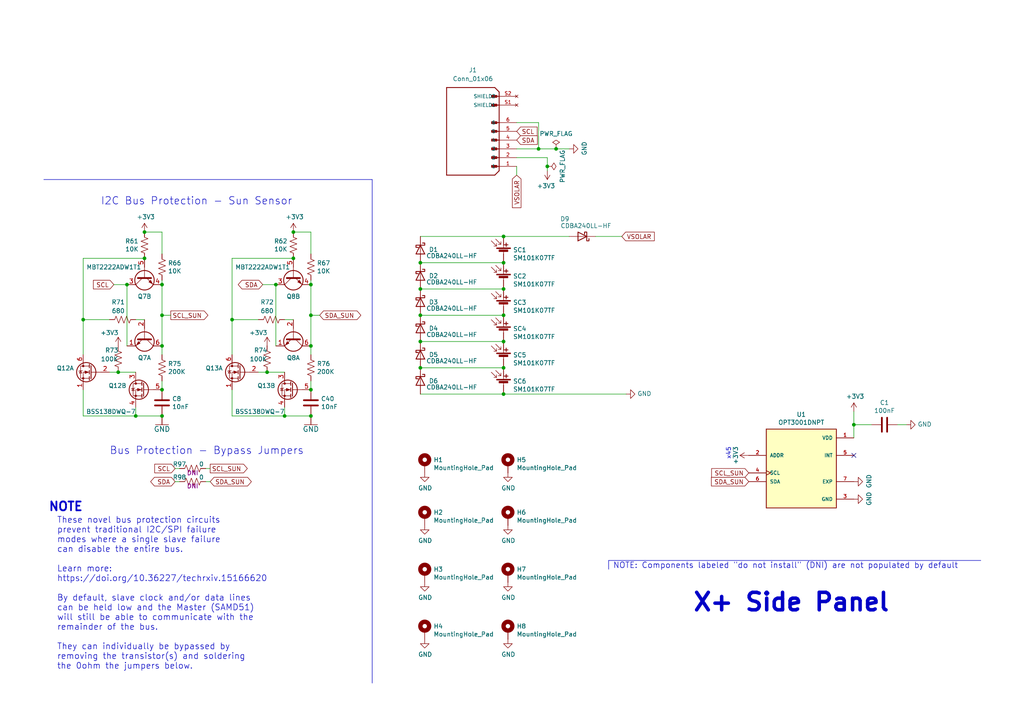
<source format=kicad_sch>
(kicad_sch (version 20230121) (generator eeschema)
  (paper "A4")
  (title_block (title "Sapling X+ Side Panel") (date "2022-05-02") (rev "Flight Ver. 1") (company "Stanford SSI") (comment 1 "Grant Regen"))
  (lib_symbols
    (symbol "Device:C" (pin_numbers hide) (pin_names (offset 0.254))
      (property "Reference" "C" (at 0.635 2.54 0))
      (property "Value" "C" (at 0.635 -2.54 0))
      (symbol "C_0_1"
        (polyline (pts (xy -2.032 -0.762) (xy 2.032 -0.762)) (stroke (width 0.508)))
        (polyline (pts (xy -2.032 0.762) (xy 2.032 0.762)) (stroke (width 0.508)))
      )
      (symbol "C_1_1"
        (pin passive line (at 0 3.81 270) (length 2.794) (name "~") (number "1"))
        (pin passive line (at 0 -3.81 90) (length 2.794) (name "~") (number "2"))
      )
    )
    (symbol "Device:R_US" (pin_numbers hide) (pin_names (offset 0))
      (property "Reference" "R" (at 2.54 0 90))
      (property "Value" "R_US" (at -2.54 0 90))
      (symbol "R_US_0_1"
        (polyline (pts (xy 0 -2.286) (xy 0 -2.54)))
        (polyline (pts (xy 0 2.286) (xy 0 2.54)))
        (polyline (pts (xy 0 -0.762) (xy 1.016 -1.143) (xy 0 -1.524) (xy -1.016 -1.905) (xy 0 -2.286)))
        (polyline (pts (xy 0 0.762) (xy 1.016 0.381) (xy 0 0) (xy -1.016 -0.381) (xy 0 -0.762)))
        (polyline (pts (xy 0 2.286) (xy 1.016 1.905) (xy 0 1.524) (xy -1.016 1.143) (xy 0 0.762)))
      )
      (symbol "R_US_1_1"
        (pin passive line (at 0 3.81 270) (length 1.27) (name "~") (number "1"))
        (pin passive line (at 0 -3.81 90) (length 1.27) (name "~") (number "2"))
      )
    )
    (symbol "Mechanical:MountingHole_Pad" (pin_numbers hide) (pin_names (offset 1.016) hide)
      (property "Reference" "H" (at 0 6.35 0))
      (property "Value" "MountingHole_Pad" (at 0 4.445 0))
      (symbol "MountingHole_Pad_0_1"
        (circle (center 0 1.27) (radius 1.27) (stroke (width 1.27)))
      )
      (symbol "MountingHole_Pad_1_1"
        (pin input line (at 0 -2.54 90) (length 2.54) (name "1") (number "1"))
      )
    )
    (symbol "Transistor_BJT:MBT2222ADW1T1" (pin_names (offset 0) hide)
      (property "Reference" "Q" (at 5.08 1.27 0))
      (property "Value" "MBT2222ADW1T1" (at 5.08 -1.27 0))
      (symbol "MBT2222ADW1T1_0_1"
        (polyline (pts (xy 0.635 0) (xy -2.54 0)))
        (polyline (pts (xy 0.635 0.635) (xy 2.54 2.54)))
        (polyline (pts (xy 0.635 -0.635) (xy 2.54 -2.54) (xy 2.54 -2.54)))
        (polyline (pts (xy 0.635 1.905) (xy 0.635 -1.905) (xy 0.635 -1.905)) (stroke (width 0.508)))
        (polyline (pts (xy 1.27 -1.778) (xy 1.778 -1.27) (xy 2.286 -2.286) (xy 1.27 -1.778) (xy 1.27 -1.778)) (fill (type outline)))
        (circle (center 1.27 0) (radius 2.8194) (stroke (width 0.254)))
      )
      (symbol "MBT2222ADW1T1_1_1"
        (pin passive line (at 2.54 -5.08 90) (length 2.54) (name "E1") (number "1"))
        (pin input line (at -5.08 0 0) (length 2.54) (name "B1") (number "2"))
        (pin passive line (at 2.54 5.08 270) (length 2.54) (name "C1") (number "6"))
      )
      (symbol "MBT2222ADW1T1_2_1"
        (pin passive line (at 2.54 5.08 270) (length 2.54) (name "C2") (number "3"))
        (pin passive line (at 2.54 -5.08 90) (length 2.54) (name "E2") (number "4"))
        (pin input line (at -5.08 0 0) (length 2.54) (name "B2") (number "5"))
      )
    )
    (symbol "mainboard:GND" (power) (pin_names (offset 1.016))
      (property "Value" "GND" (at -2.54 -2.54 0))
      (symbol "GND_1_0"
        (polyline (pts (xy -1.905 0) (xy 1.905 0)))
        (pin power_in line (at 0 2.54 270) (length 2.54) (name "GND") (number "1"))
      )
    )
    (symbol "power:+3.3V" (power) (pin_names (offset 0))
      (property "Value" "+3.3V" (at 0 3.556 0))
      (symbol "+3.3V_0_1"
        (polyline (pts (xy -0.762 1.27) (xy 0 2.54)))
        (polyline (pts (xy 0 0) (xy 0 2.54)))
        (polyline (pts (xy 0 2.54) (xy 0.762 1.27)))
      )
      (symbol "+3.3V_1_1"
        (pin power_in line (at 0 0 90) (length 0) hide (name "+3V3") (number "1"))
      )
    )
    (symbol "power:GND" (power) (pin_names (offset 0))
      (property "Value" "GND" (at 0 -3.81 0))
      (symbol "GND_0_1"
        (polyline (pts (xy 0 0) (xy 0 -1.27) (xy 1.27 -1.27) (xy 0 -2.54) (xy -1.27 -1.27) (xy 0 -1.27)))
      )
      (symbol "GND_1_1"
        (pin power_in line (at 0 0 270) (length 0) hide (name "GND") (number "1"))
      )
    )
    (symbol "power:PWR_FLAG" (power) (pin_numbers hide) (pin_names (offset 0) hide)
      (property "Value" "PWR_FLAG" (at 0 3.81 0))
      (symbol "PWR_FLAG_0_0"
        (pin power_out line (at 0 0 90) (length 0) (name "pwr") (number "1"))
      )
      (symbol "PWR_FLAG_0_1"
        (polyline (pts (xy 0 0) (xy 0 1.27) (xy -1.016 1.905) (xy 0 2.54) (xy 1.016 1.905) (xy 0 1.27)))
      )
    )
    (symbol "sidepanels:2053380006" (pin_names (offset 1.016))
      (property "Reference" "J" (at -7.62 13.97 0))
      (property "Value" "2053380006" (at -7.62 -15.24 0))
      (symbol "2053380006_0_0"
        (rectangle (start -6.985 -10.4648) (end -5.3848 -9.8298) (fill (type outline)))
        (rectangle (start -6.985 -7.9248) (end -5.3848 -7.2898) (fill (type outline)))
        (rectangle (start -6.985 -2.8448) (end -5.3848 -2.2098) (fill (type outline)))
        (rectangle (start -6.985 -0.3048) (end -5.3848 0.3048) (fill (type outline)))
        (rectangle (start -6.985 2.2098) (end -5.3848 2.8448) (fill (type outline)))
        (rectangle (start -6.985 4.7498) (end -5.3848 5.3848) (fill (type outline)))
        (rectangle (start -6.985 7.2898) (end -5.3848 7.9248) (fill (type outline)))
        (rectangle (start -6.985 9.8298) (end -5.3848 10.4648) (fill (type outline)))
        (polyline (pts (xy -7.62 -11.43) (xy -6.35 -12.7)) (stroke (width 0.254)))
        (polyline (pts (xy -7.62 -10.16) (xy -5.715 -10.16)) (stroke (width 0.254)))
        (polyline (pts (xy -7.62 -7.62) (xy -5.715 -7.62)) (stroke (width 0.254)))
        (polyline (pts (xy -7.62 -2.54) (xy -7.62 -11.43)) (stroke (width 0.254)))
        (polyline (pts (xy -7.62 -2.54) (xy -5.715 -2.54)) (stroke (width 0.254)))
        (polyline (pts (xy -7.62 0) (xy -7.62 -2.54)) (stroke (width 0.254)))
        (polyline (pts (xy -7.62 0) (xy -5.715 0)) (stroke (width 0.254)))
        (polyline (pts (xy -7.62 2.54) (xy -7.62 0)) (stroke (width 0.254)))
        (polyline (pts (xy -7.62 2.54) (xy -5.715 2.54)) (stroke (width 0.254)))
        (polyline (pts (xy -7.62 5.08) (xy -7.62 2.54)) (stroke (width 0.254)))
        (polyline (pts (xy -7.62 5.08) (xy -5.715 5.08)) (stroke (width 0.254)))
        (polyline (pts (xy -7.62 7.62) (xy -5.715 7.62)) (stroke (width 0.254)))
        (polyline (pts (xy -7.62 10.16) (xy -5.715 10.16)) (stroke (width 0.254)))
        (polyline (pts (xy -7.62 11.43) (xy -7.62 5.08)) (stroke (width 0.254)))
        (polyline (pts (xy -7.62 11.43) (xy -6.35 12.7)) (stroke (width 0.254)))
        (polyline (pts (xy -6.35 -12.7) (xy 7.62 -12.7)) (stroke (width 0.254)))
        (polyline (pts (xy 7.62 -12.7) (xy 7.62 12.7)) (stroke (width 0.254)))
        (polyline (pts (xy 7.62 12.7) (xy -6.35 12.7)) (stroke (width 0.254)))
        (pin passive line (at -12.7 10.16 0) (length 5.08) (name "1") (number "1"))
        (pin passive line (at -12.7 7.62 0) (length 5.08) (name "2") (number "2"))
        (pin passive line (at -12.7 5.08 0) (length 5.08) (name "3") (number "3"))
        (pin passive line (at -12.7 2.54 0) (length 5.08) (name "4") (number "4"))
        (pin passive line (at -12.7 0 0) (length 5.08) (name "5") (number "5"))
        (pin passive line (at -12.7 -2.54 0) (length 5.08) (name "6") (number "6"))
        (pin no_connect line (at -12.7 -7.62 0) (length 5.08) (name "SHIELD1") (number "S1"))
        (pin no_connect line (at -12.7 -10.16 0) (length 5.08) (name "SHIELD2") (number "S2"))
      )
    )
    (symbol "sidepanels:BSS138DWQ-7" (pin_names (offset 0.762) hide)
      (property "Reference" "Q" (at -2.54 5.08 0))
      (property "Value" "BSS138DWQ-7" (at 3.81 6.35 0))
      (symbol "BSS138DWQ-7_1_1"
        (polyline (pts (xy -1.016 0) (xy -3.81 0)))
        (polyline (pts (xy -1.016 1.905) (xy -1.016 -1.905)) (stroke (width 0.254)))
        (polyline (pts (xy -0.508 -1.27) (xy -0.508 -2.286)) (stroke (width 0.254)))
        (polyline (pts (xy -0.508 0.508) (xy -0.508 -0.508)) (stroke (width 0.254)))
        (polyline (pts (xy -0.508 2.286) (xy -0.508 1.27)) (stroke (width 0.254)))
        (polyline (pts (xy 1.27 2.54) (xy 1.27 1.778)))
        (polyline (pts (xy 1.27 -2.54) (xy 1.27 0) (xy -0.508 0)))
        (polyline (pts (xy -0.508 -1.778) (xy 2.032 -1.778) (xy 2.032 1.778) (xy -0.508 1.778)))
        (polyline (pts (xy -0.254 0) (xy 0.762 0.381) (xy 0.762 -0.381) (xy -0.254 0)) (fill (type outline)))
        (polyline (pts (xy 1.524 0.508) (xy 1.651 0.381) (xy 2.413 0.381) (xy 2.54 0.254)))
        (polyline (pts (xy 2.032 0.381) (xy 1.651 -0.254) (xy 2.413 -0.254) (xy 2.032 0.381)))
        (circle (center 0.381 0) (radius 2.794) (stroke (width 0.254)))
        (circle (center 1.27 -1.778) (radius 0.254) (fill (type outline)))
        (circle (center 1.27 1.778) (radius 0.254) (fill (type outline)))
        (pin passive line (at 1.27 -5.08 90) (length 2.54) (name "S2") (number "1"))
        (pin input line (at -6.35 0 0) (length 2.54) (name "G2") (number "2"))
        (pin passive line (at 1.27 5.08 270) (length 2.54) (name "D1") (number "6"))
      )
      (symbol "BSS138DWQ-7_2_1"
        (polyline (pts (xy -1.016 0) (xy -3.81 0)))
        (polyline (pts (xy -1.016 1.905) (xy -1.016 -1.905)) (stroke (width 0.254)))
        (polyline (pts (xy -0.508 -1.27) (xy -0.508 -2.286)) (stroke (width 0.254)))
        (polyline (pts (xy -0.508 0.508) (xy -0.508 -0.508)) (stroke (width 0.254)))
        (polyline (pts (xy -0.508 2.286) (xy -0.508 1.27)) (stroke (width 0.254)))
        (polyline (pts (xy 1.27 2.54) (xy 1.27 1.778)))
        (polyline (pts (xy 1.27 -2.54) (xy 1.27 0) (xy -0.508 0)))
        (polyline (pts (xy -0.508 -1.778) (xy 2.032 -1.778) (xy 2.032 1.778) (xy -0.508 1.778)))
        (polyline (pts (xy -0.254 0) (xy 0.762 0.381) (xy 0.762 -0.381) (xy -0.254 0)) (fill (type outline)))
        (polyline (pts (xy 1.524 0.508) (xy 1.651 0.381) (xy 2.413 0.381) (xy 2.54 0.254)))
        (polyline (pts (xy 2.032 0.381) (xy 1.651 -0.254) (xy 2.413 -0.254) (xy 2.032 0.381)))
        (circle (center 0.381 0) (radius 2.794) (stroke (width 0.254)))
        (circle (center 1.27 -1.778) (radius 0.254) (fill (type outline)))
        (circle (center 1.27 1.778) (radius 0.254) (fill (type outline)))
        (pin passive line (at 1.27 5.08 270) (length 2.54) (name "D2") (number "3"))
        (pin passive line (at 1.27 -5.08 90) (length 2.54) (name "S1") (number "4"))
        (pin input line (at -6.35 0 0) (length 2.54) (name "G1") (number "5"))
      )
    )
    (symbol "sidepanels:CDBA240LL-HF" (pin_numbers hide) (pin_names (offset 1.016) hide)
      (property "Reference" "D" (at 0 2.54 0))
      (property "Value" "CDBA240LL-HF" (at 0 -2.54 0))
      (symbol "CDBA240LL-HF_0_1"
        (polyline (pts (xy 1.27 0) (xy -1.27 0)))
        (polyline (pts (xy 1.27 1.27) (xy 1.27 -1.27) (xy -1.27 0) (xy 1.27 1.27)) (stroke (width 0.254)))
        (polyline (pts (xy -1.905 0.635) (xy -1.905 1.27) (xy -1.27 1.27) (xy -1.27 -1.27) (xy -0.635 -1.27) (xy -0.635 -0.635)) (stroke (width 0.254)))
      )
      (symbol "CDBA240LL-HF_1_1"
        (pin passive line (at -3.81 0 0) (length 2.54) (name "K") (number "1"))
        (pin passive line (at 3.81 0 180) (length 2.54) (name "A") (number "2"))
      )
    )
    (symbol "sidepanels:OPT3001DNPT" (pin_names (offset 1.016))
      (property "Reference" "U" (at -10.16 13.97 0))
      (property "Value" "OPT3001DNPT" (at -6.35 -12.7 0))
      (symbol "OPT3001DNPT_0_0"
        (rectangle (start -10.16 -10.16) (end 10.16 12.7) (stroke (width 0.254)) (fill (type background)))
        (pin power_in line (at 15.24 10.16 180) (length 5.08) (name "VDD") (number "1"))
        (pin input line (at -15.24 5.08 0) (length 5.08) (name "ADDR") (number "2"))
        (pin power_in line (at 15.24 -7.62 180) (length 5.08) (name "GND") (number "3"))
        (pin input clock (at -15.24 0 0) (length 5.08) (name "SCL") (number "4"))
        (pin output line (at 15.24 5.08 180) (length 5.08) (name "INT") (number "5"))
        (pin bidirectional line (at -15.24 -2.54 0) (length 5.08) (name "SDA") (number "6"))
        (pin passive line (at 15.24 -2.54 180) (length 5.08) (name "EXP") (number "7"))
      )
    )
    (symbol "sidepanels:SM101K07TF" (pin_numbers hide) (pin_names (offset 0) hide)
      (property "Reference" "SC" (at 2.54 2.54 0))
      (property "Value" "SM101K07TF" (at 2.54 0 0))
      (symbol "SM101K07TF_0_1"
        (rectangle (start -2.032 1.778) (end 2.032 1.524) (fill (type outline)))
        (rectangle (start -1.3208 1.1938) (end 1.27 0.6858) (fill (type outline)))
        (polyline (pts (xy -2.032 2.286) (xy -3.556 3.81)))
        (polyline (pts (xy -0.762 2.794) (xy -2.286 4.318)))
        (polyline (pts (xy 0 0.762) (xy 0 0)))
        (polyline (pts (xy 0 1.778) (xy 0 2.54)))
        (polyline (pts (xy 0.254 2.667) (xy 1.27 2.667)) (stroke (width 0.254)))
        (polyline (pts (xy 0.762 3.175) (xy 0.762 2.159)) (stroke (width 0.254)))
        (polyline (pts (xy -2.032 3.048) (xy -2.032 2.286) (xy -2.794 2.286)))
        (polyline (pts (xy -0.762 3.556) (xy -0.762 2.794) (xy -1.524 2.794)))
      )
      (symbol "SM101K07TF_1_1"
        (pin passive line (at 0 5.08 270) (length 2.54) (name "+") (number "1"))
        (pin passive line (at 0 -2.54 90) (length 2.54) (name "-") (number "2"))
      )
    )
  )
  (junction (at 85.09 74.93))
  (junction (at 146.05 68.58))
  (junction (at 41.91 67.31))
  (junction (at 67.31 92.71))
  (junction (at 90.17 91.44))
  (junction (at 121.92 106.68))
  (junction (at 247.65 123.19))
  (junction (at 146.05 91.44))
  (junction (at 146.05 83.82))
  (junction (at 121.92 83.82))
  (junction (at 90.17 100.33))
  (junction (at 36.83 82.55))
  (junction (at 90.17 113.03))
  (junction (at 146.05 99.06))
  (junction (at 82.55 120.65))
  (junction (at 146.05 114.3))
  (junction (at 146.05 106.68))
  (junction (at 146.05 76.2))
  (junction (at 90.17 82.55))
  (junction (at 46.99 113.03))
  (junction (at 161.29 43.18))
  (junction (at 90.17 120.65))
  (junction (at 156.21 43.18))
  (junction (at 24.13 92.71))
  (junction (at 39.37 120.65))
  (junction (at 85.09 67.31))
  (junction (at 77.47 107.95))
  (junction (at 41.91 74.93))
  (junction (at 80.01 82.55))
  (junction (at 46.99 91.44))
  (junction (at 46.99 82.55))
  (junction (at 121.92 99.06))
  (junction (at 46.99 100.33))
  (junction (at 121.92 76.2))
  (junction (at 46.99 120.65))
  (junction (at 158.75 48.26))
  (junction (at 34.29 107.95))
  (junction (at 121.92 91.44))
  (no_connect (at 247.65 132.08))
  (polyline (pts (xy 107.95 52.07) (xy 107.95 198.12)))
  (wire (pts (xy 121.92 114.3) (xy 146.05 114.3)))
  (wire (pts (xy 24.13 102.87) (xy 24.13 92.71)))
  (wire (pts (xy 34.29 107.95) (xy 31.75 107.95)))
  (wire (pts (xy 50.8 139.7) (xy 52.07 139.7)))
  (wire (pts (xy 247.65 127) (xy 247.65 123.19)))
  (wire (pts (xy 149.86 48.26) (xy 149.86 50.8)))
  (wire (pts (xy 46.99 73.66) (xy 46.99 67.31)))
  (wire (pts (xy 39.37 120.65) (xy 46.99 120.65)))
  (wire (pts (xy 33.02 82.55) (xy 36.83 82.55)))
  (wire (pts (xy 90.17 100.33) (xy 90.17 91.44)))
  (wire (pts (xy 90.17 102.87) (xy 90.17 100.33)))
  (wire (pts (xy 158.75 45.72) (xy 158.75 48.26)))
  (wire (pts (xy 149.86 45.72) (xy 158.75 45.72)))
  (wire (pts (xy 172.72 68.58) (xy 180.34 68.58)))
  (wire (pts (xy 161.29 43.18) (xy 165.1 43.18)))
  (wire (pts (xy 39.37 107.95) (xy 34.29 107.95)))
  (wire (pts (xy 67.31 113.03) (xy 67.31 120.65)))
  (wire (pts (xy 149.86 35.56) (xy 156.21 35.56)))
  (wire (pts (xy 24.13 92.71) (xy 24.13 74.93)))
  (wire (pts (xy 49.53 91.44) (xy 46.99 91.44)))
  (wire (pts (xy 82.55 107.95) (xy 77.47 107.95)))
  (wire (pts (xy 92.71 91.44) (xy 90.17 91.44)))
  (wire (pts (xy 156.21 35.56) (xy 156.21 43.18)))
  (wire (pts (xy 90.17 110.49) (xy 90.17 113.03)))
  (wire (pts (xy 260.35 123.19) (xy 262.89 123.19)))
  (wire (pts (xy 156.21 43.18) (xy 161.29 43.18)))
  (wire (pts (xy 90.17 67.31) (xy 85.09 67.31)))
  (wire (pts (xy 121.92 106.68) (xy 146.05 106.68)))
  (wire (pts (xy 41.91 92.71) (xy 39.37 92.71)))
  (wire (pts (xy 46.99 81.28) (xy 46.99 82.55)))
  (wire (pts (xy 121.92 83.82) (xy 146.05 83.82)))
  (wire (pts (xy 67.31 92.71) (xy 74.93 92.71)))
  (wire (pts (xy 77.47 107.95) (xy 74.93 107.95)))
  (wire (pts (xy 24.13 92.71) (xy 31.75 92.71)))
  (wire (pts (xy 46.99 100.33) (xy 46.99 91.44)))
  (polyline (pts (xy 107.95 52.07) (xy 12.7 52.07)))
  (wire (pts (xy 60.96 135.89) (xy 59.69 135.89)))
  (wire (pts (xy 158.75 48.26) (xy 158.75 49.53)))
  (wire (pts (xy 149.86 43.18) (xy 156.21 43.18)))
  (wire (pts (xy 90.17 73.66) (xy 90.17 67.31)))
  (wire (pts (xy 146.05 114.3) (xy 181.61 114.3)))
  (wire (pts (xy 46.99 67.31) (xy 41.91 67.31)))
  (polyline (pts (xy 176.53 162.56) (xy 284.48 162.56)))
  (wire (pts (xy 76.2 82.55) (xy 80.01 82.55)))
  (wire (pts (xy 165.1 68.58) (xy 146.05 68.58)))
  (wire (pts (xy 50.8 135.89) (xy 52.07 135.89)))
  (wire (pts (xy 82.55 120.65) (xy 90.17 120.65)))
  (wire (pts (xy 46.99 110.49) (xy 46.99 113.03)))
  (wire (pts (xy 46.99 91.44) (xy 46.99 82.55)))
  (wire (pts (xy 121.92 99.06) (xy 146.05 99.06)))
  (wire (pts (xy 24.13 113.03) (xy 24.13 120.65)))
  (wire (pts (xy 247.65 123.19) (xy 247.65 119.38)))
  (wire (pts (xy 80.01 82.55) (xy 80.01 100.33)))
  (wire (pts (xy 67.31 120.65) (xy 82.55 120.65)))
  (wire (pts (xy 121.92 91.44) (xy 146.05 91.44)))
  (wire (pts (xy 252.73 123.19) (xy 247.65 123.19)))
  (wire (pts (xy 90.17 91.44) (xy 90.17 82.55)))
  (wire (pts (xy 121.92 76.2) (xy 146.05 76.2)))
  (wire (pts (xy 24.13 74.93) (xy 41.91 74.93)))
  (wire (pts (xy 24.13 120.65) (xy 39.37 120.65)))
  (polyline (pts (xy 176.53 165.1) (xy 176.53 162.56)))
  (wire (pts (xy 121.92 68.58) (xy 146.05 68.58)))
  (wire (pts (xy 67.31 92.71) (xy 67.31 74.93)))
  (wire (pts (xy 67.31 74.93) (xy 85.09 74.93)))
  (wire (pts (xy 46.99 102.87) (xy 46.99 100.33)))
  (wire (pts (xy 82.55 118.11) (xy 82.55 120.65)))
  (wire (pts (xy 36.83 82.55) (xy 36.83 100.33)))
  (wire (pts (xy 85.09 92.71) (xy 82.55 92.71)))
  (wire (pts (xy 39.37 118.11) (xy 39.37 120.65)))
  (wire (pts (xy 60.96 139.7) (xy 59.69 139.7)))
  (wire (pts (xy 90.17 81.28) (xy 90.17 82.55)))
  (wire (pts (xy 67.31 102.87) (xy 67.31 92.71)))
  (text "These novel bus protection circuits\nprevent traditional I2C/SPI failure \nmodes where a single slave failure\ncan disable the entire bus.\n\nLearn more: \nhttps://doi.org/10.36227/techrxiv.15166620\n\nBy default, slave clock and/or data lines \ncan be held low and the Master (SAMD51) \nwill still be able to communicate with the \nremainder of the bus.\n\nThey can individually be bypassed by \nremoving the transistor(s) and soldering\nthe 0ohm the jumpers below." (at 16.51 194.31 0) (effects (font (size 1.7526 1.7526)) (justify left bottom)))
  (text "x45" (at 212.09 133.35 90) (effects (font (size 1.27 1.27)) (justify left bottom)))
  (text "X+ Side Panel" (at 200.66 177.8 0) (effects (font (size 5.08 5.08) (thickness 1.016) bold) (justify left bottom)))
  (text "NOTE: Components labeled \"do not install\" (DNI) are not populated by default" (at 177.8 165.1 0) (effects (font (size 1.651 1.651)) (justify left bottom)))
  (text "NOTE" (at 13.97 148.59 0) (effects (font (size 2.54 2.54) (thickness 0.508) bold) (justify left bottom)))
  (text "Bus Protection - Bypass Jumpers" (at 31.75 132.08 0) (effects (font (size 2.159 2.159)) (justify left bottom)))
  (text "I2C Bus Protection - Sun Sensor" (at 29.21 59.69 0) (effects (font (size 2.159 2.159)) (justify left bottom)))
  (global_label "SCL_SUN" (shape input) (at 217.17 137.16 180) (property "Intersheetrefs" "${INTERSHEET_REFS}" (effects hide)))
  (global_label "SCL" (shape input) (at 149.86 38.1 0) (property "Intersheetrefs" "${INTERSHEET_REFS}" (effects hide)))
  (global_label "SDA_SUN" (shape bidirectional) (at 60.96 139.7 0) (property "Intersheetrefs" "${INTERSHEET_REFS}" (effects hide)))
  (global_label "SDA" (shape bidirectional) (at 76.2 82.55 180) (property "Intersheetrefs" "${INTERSHEET_REFS}" (effects hide)))
  (global_label "SCL" (shape input) (at 50.8 135.89 180) (property "Intersheetrefs" "${INTERSHEET_REFS}" (effects hide)))
  (global_label "SDA" (shape input) (at 149.86 40.64 0) (property "Intersheetrefs" "${INTERSHEET_REFS}" (effects hide)))
  (global_label "SCL" (shape input) (at 33.02 82.55 180) (property "Intersheetrefs" "${INTERSHEET_REFS}" (effects hide)))
  (global_label "SDA" (shape bidirectional) (at 50.8 139.7 180) (property "Intersheetrefs" "${INTERSHEET_REFS}" (effects hide)))
  (global_label "SCL_SUN" (shape output) (at 49.53 91.44 0) (property "Intersheetrefs" "${INTERSHEET_REFS}" (effects hide)))
  (global_label "SDA_SUN" (shape input) (at 217.17 139.7 180) (property "Intersheetrefs" "${INTERSHEET_REFS}" (effects hide)))
  (global_label "VSOLAR" (shape input) (at 149.86 50.8 270) (property "Intersheetrefs" "${INTERSHEET_REFS}" (effects hide)))
  (global_label "VSOLAR" (shape input) (at 180.34 68.58 0) (property "Intersheetrefs" "${INTERSHEET_REFS}" (effects hide)))
  (global_label "SCL_SUN" (shape output) (at 60.96 135.89 0) (property "Intersheetrefs" "${INTERSHEET_REFS}" (effects hide)))
  (global_label "SDA_SUN" (shape bidirectional) (at 92.71 91.44 0) (property "Intersheetrefs" "${INTERSHEET_REFS}" (effects hide)))
  (symbol (lib_id "sidepanels:BSS138DWQ-7") (at 25.4 107.95 0) (mirror y) (unit 1)
    (property "Reference" "Q12" (at 21.463 106.7816 0) (effects (justify left)))
    (property "Value" "BSS138DWQ-7" (at 39.37 119.38 0) (effects (justify left)))
    (property "Footprint" "panels:BSS138DWQ-7" (effects hide))
    (property "Datasheet" "https://www.diodes.com/assets/Datasheets/BSS138DWQ.pdf" (effects hide))
    (property "Description" "MOSFET BSS Family" (effects hide))
    (property "Flight" "BSS138DWQ-7" (effects hide))
    (property "Manufacturer_Name" "Diodes Inc." (effects hide))
    (property "Manufacturer_Part_Number" "BSS138DWQ-7" (effects hide))
    (property "Proto" "BSS138DWQ-7" (effects hide))
    (property "Height" "1.1" (effects hide))
    (property "Mouser Part Number" "621-BSS138DWQ-7" (effects hide))
    (property "Mouser Price/Stock" "https://www.mouser.co.uk/ProductDetail/Diodes-Incorporated/BSS138DWQ-7?qs=nJRy1mI8RR9wz3YdMQOQIA%3D%3D" (effects hide))
  )
  (symbol (lib_id "sidepanels:BSS138DWQ-7") (at 40.64 113.03 0) (mirror y) (unit 2)
    (property "Reference" "Q12" (at 36.703 111.8616 0) (effects (justify left)))
    (property "Value" "BSS138DWQ-7" (effects hide))
    (property "Footprint" "panels:BSS138DWQ-7" (effects hide))
    (property "Datasheet" "https://www.diodes.com/assets/Datasheets/BSS138DWQ.pdf" (effects hide))
    (property "Description" "MOSFET BSS Family" (effects hide))
    (property "Flight" "BSS138DWQ-7" (effects hide))
    (property "Manufacturer_Name" "Diodes Inc." (effects hide))
    (property "Manufacturer_Part_Number" "BSS138DWQ-7" (effects hide))
    (property "Proto" "BSS138DWQ-7" (effects hide))
    (property "Height" "1.1" (effects hide))
    (property "Mouser Part Number" "621-BSS138DWQ-7" (effects hide))
    (property "Mouser Price/Stock" "https://www.mouser.co.uk/ProductDetail/Diodes-Incorporated/BSS138DWQ-7?qs=nJRy1mI8RR9wz3YdMQOQIA%3D%3D" (effects hide))
  )
  (symbol (lib_id "Transistor_BJT:MBT2222ADW1T1") (at 41.91 97.79 270) (unit 1)
    (property "Reference" "Q7" (at 41.91 103.7844 90))
    (property "Value" "MBT2222ADW1T1" (effects hide))
    (property "Footprint" "Package_TO_SOT_SMD:SOT-363_SC-70-6" (effects hide))
    (property "Datasheet" "http://www.onsemi.com/pub_link/Collateral/MBT2222ADW1T1-D.PDF" (effects hide))
    (property "Description" "Dual NPN BJT - 2NPN" (effects hide))
    (property "Flight" "MBT2222ADW1T1G" (effects hide))
    (property "Manufacturer_Name" "ON Semiconductor" (effects hide))
    (property "Manufacturer_Part_Number" "MBT2222ADW1T1G" (effects hide))
    (property "Proto" "MBT2222ADW1T1G" (effects hide))
  )
  (symbol (lib_id "Transistor_BJT:MBT2222ADW1T1") (at 41.91 80.01 90) (mirror x) (unit 2)
    (property "Reference" "Q7" (at 41.91 85.979 90))
    (property "Value" "MBT2222ADW1T1" (at 33.02 77.47 90))
    (property "Footprint" "Package_TO_SOT_SMD:SOT-363_SC-70-6" (effects hide))
    (property "Datasheet" "http://www.onsemi.com/pub_link/Collateral/MBT2222ADW1T1-D.PDF" (effects hide))
    (property "Description" "Dual NPN BJT - 2NPN" (effects hide))
    (property "Flight" "MBT2222ADW1T1G" (effects hide))
    (property "Manufacturer_Name" "ON Semiconductor" (effects hide))
    (property "Manufacturer_Part_Number" "MBT2222ADW1T1G" (effects hide))
    (property "Proto" "MBT2222ADW1T1G" (effects hide))
  )
  (symbol (lib_id "Device:C") (at 46.99 116.84 0) (unit 1)
    (property "Reference" "C8" (at 49.911 115.6716 0) (effects (justify left)))
    (property "Value" "10nF" (at 49.911 117.983 0) (effects (justify left)))
    (property "Footprint" "Capacitor_SMD:C_0603_1608Metric" (effects hide))
    (property "Description" "10nF +-10% 50V X7R" (effects hide))
  )
  (symbol (lib_id "mainboard:GND") (at 46.99 123.19 0) (unit 1)
    (property "Reference" "#GND045" (effects hide))
    (property "Value" "GND" (at 46.99 124.46 0) (effects (font (size 1.4986 1.4986))))
  )
  (symbol (lib_id "Device:R_US") (at 46.99 77.47 0) (unit 1)
    (property "Reference" "R66" (at 48.7172 76.3016 0) (effects (justify left)))
    (property "Value" "10K" (at 48.7172 78.613 0) (effects (justify left)))
    (property "Footprint" "Resistor_SMD:R_0603_1608Metric" (effects hide))
    (property "Description" "10K 0603" (effects hide))
  )
  (symbol (lib_id "Device:R_US") (at 41.91 71.12 0) (unit 1)
    (property "Reference" "R61" (at 40.2082 69.9516 0) (effects (justify right)))
    (property "Value" "10K" (at 40.2082 72.263 0) (effects (justify right)))
    (property "Footprint" "Resistor_SMD:R_0603_1608Metric" (effects hide))
    (property "Description" "10K 0603" (effects hide))
  )
  (symbol (lib_id "Device:R_US") (at 35.56 92.71 270) (unit 1)
    (property "Reference" "R71" (at 34.29 87.63 90))
    (property "Value" "680" (at 34.29 90.17 90))
    (property "Footprint" "Resistor_SMD:R_0603_1608Metric" (effects hide))
    (property "Description" "680 0603" (effects hide))
  )
  (symbol (lib_id "Device:R_US") (at 34.29 104.14 0) (unit 1)
    (property "Reference" "R73" (at 30.48 101.6 0) (effects (justify left)))
    (property "Value" "100K" (at 29.21 104.14 0) (effects (justify left)))
    (property "Footprint" "Resistor_SMD:R_0603_1608Metric" (effects hide))
    (property "Description" "100K 0603" (effects hide))
  )
  (symbol (lib_id "Device:R_US") (at 46.99 106.68 0) (unit 1)
    (property "Reference" "R75" (at 48.7172 105.5116 0) (effects (justify left)))
    (property "Value" "200K" (at 48.7172 107.823 0) (effects (justify left)))
    (property "Footprint" "Resistor_SMD:R_0603_1608Metric" (effects hide))
    (property "Description" "200K 0603" (effects hide))
  )
  (symbol (lib_id "Transistor_BJT:MBT2222ADW1T1") (at 85.09 97.79 270) (unit 1)
    (property "Reference" "Q8" (at 85.09 103.7844 90))
    (property "Value" "MBT2222ADW1T1" (effects hide))
    (property "Footprint" "Package_TO_SOT_SMD:SOT-363_SC-70-6" (effects hide))
    (property "Datasheet" "http://www.onsemi.com/pub_link/Collateral/MBT2222ADW1T1-D.PDF" (effects hide))
    (property "Description" "Dual NPN BJT - 2NPN" (effects hide))
    (property "Flight" "MBT2222ADW1T1G" (effects hide))
    (property "Manufacturer_Name" "ON Semiconductor" (effects hide))
    (property "Manufacturer_Part_Number" "MBT2222ADW1T1G" (effects hide))
    (property "Proto" "MBT2222ADW1T1G" (effects hide))
  )
  (symbol (lib_id "Transistor_BJT:MBT2222ADW1T1") (at 85.09 80.01 90) (mirror x) (unit 2)
    (property "Reference" "Q8" (at 85.09 85.979 90))
    (property "Value" "MBT2222ADW1T1" (at 76.2 77.47 90))
    (property "Footprint" "Package_TO_SOT_SMD:SOT-363_SC-70-6" (effects hide))
    (property "Datasheet" "http://www.onsemi.com/pub_link/Collateral/MBT2222ADW1T1-D.PDF" (effects hide))
    (property "Description" "Dual NPN BJT - 2NPN" (effects hide))
    (property "Flight" "MBT2222ADW1T1G" (effects hide))
    (property "Manufacturer_Name" "ON Semiconductor" (effects hide))
    (property "Manufacturer_Part_Number" "MBT2222ADW1T1G" (effects hide))
    (property "Proto" "MBT2222ADW1T1G" (effects hide))
  )
  (symbol (lib_id "Device:C") (at 90.17 116.84 0) (unit 1)
    (property "Reference" "C40" (at 93.091 115.6716 0) (effects (justify left)))
    (property "Value" "10nF" (at 93.091 117.983 0) (effects (justify left)))
    (property "Footprint" "Capacitor_SMD:C_0603_1608Metric" (effects hide))
    (property "Description" "10nF +-10% 50V X7R" (effects hide))
  )
  (symbol (lib_id "mainboard:GND") (at 90.17 123.19 0) (unit 1)
    (property "Reference" "#GND046" (effects hide))
    (property "Value" "GND" (at 90.17 124.46 0) (effects (font (size 1.4986 1.4986))))
  )
  (symbol (lib_id "Device:R_US") (at 85.09 71.12 0) (unit 1)
    (property "Reference" "R62" (at 83.3882 69.9516 0) (effects (justify right)))
    (property "Value" "10K" (at 83.3882 72.263 0) (effects (justify right)))
    (property "Footprint" "Resistor_SMD:R_0603_1608Metric" (effects hide))
    (property "Description" "10K 0603" (effects hide))
  )
  (symbol (lib_id "Device:R_US") (at 78.74 92.71 270) (unit 1)
    (property "Reference" "R72" (at 77.47 87.63 90))
    (property "Value" "680" (at 77.47 90.17 90))
    (property "Footprint" "Resistor_SMD:R_0603_1608Metric" (effects hide))
    (property "Description" "680 0603" (effects hide))
  )
  (symbol (lib_id "sidepanels:BSS138DWQ-7") (at 83.82 113.03 0) (mirror y) (unit 2)
    (property "Reference" "Q13" (at 79.883 111.8616 0) (effects (justify left)))
    (property "Value" "BSS138DWQ-7" (effects hide))
    (property "Footprint" "panels:BSS138DWQ-7" (effects hide))
    (property "Datasheet" "https://www.diodes.com/assets/Datasheets/BSS138DWQ.pdf" (effects hide))
    (property "Description" "MOSFET BSS Family" (effects hide))
    (property "Flight" "BSS138DWQ-7" (effects hide))
    (property "Manufacturer_Name" "Diodes Inc." (effects hide))
    (property "Manufacturer_Part_Number" "BSS138DWQ-7" (effects hide))
    (property "Proto" "BSS138DWQ-7" (effects hide))
    (property "Height" "1.1" (effects hide))
    (property "Mouser Part Number" "621-BSS138DWQ-7" (effects hide))
    (property "Mouser Price/Stock" "https://www.mouser.co.uk/ProductDetail/Diodes-Incorporated/BSS138DWQ-7?qs=nJRy1mI8RR9wz3YdMQOQIA%3D%3D" (effects hide))
  )
  (symbol (lib_id "Device:R_US") (at 90.17 106.68 0) (unit 1)
    (property "Reference" "R76" (at 91.8972 105.5116 0) (effects (justify left)))
    (property "Value" "200K" (at 91.8972 107.823 0) (effects (justify left)))
    (property "Footprint" "Resistor_SMD:R_0603_1608Metric" (effects hide))
    (property "Description" "200K 0603" (effects hide))
  )
  (symbol (lib_id "Device:R_US") (at 77.47 104.14 0) (unit 1)
    (property "Reference" "R74" (at 73.66 101.6 0) (effects (justify left)))
    (property "Value" "100K" (at 72.39 104.14 0) (effects (justify left)))
    (property "Footprint" "Resistor_SMD:R_0603_1608Metric" (effects hide))
    (property "Description" "100K 0603" (effects hide))
  )
  (symbol (lib_id "sidepanels:BSS138DWQ-7") (at 68.58 107.95 0) (mirror y) (unit 1)
    (property "Reference" "Q13" (at 64.643 106.7816 0) (effects (justify left)))
    (property "Value" "BSS138DWQ-7" (at 82.55 119.38 0) (effects (justify left)))
    (property "Footprint" "panels:BSS138DWQ-7" (effects hide))
    (property "Datasheet" "https://www.diodes.com/assets/Datasheets/BSS138DWQ.pdf" (effects hide))
    (property "Description" "MOSFET BSS Family" (effects hide))
    (property "Flight" "BSS138DWQ-7" (effects hide))
    (property "Manufacturer_Name" "Diodes Inc." (effects hide))
    (property "Manufacturer_Part_Number" "BSS138DWQ-7" (effects hide))
    (property "Proto" "BSS138DWQ-7" (effects hide))
    (property "Height" "1.1" (effects hide))
    (property "Mouser Part Number" "621-BSS138DWQ-7" (effects hide))
    (property "Mouser Price/Stock" "https://www.mouser.co.uk/ProductDetail/Diodes-Incorporated/BSS138DWQ-7?qs=nJRy1mI8RR9wz3YdMQOQIA%3D%3D" (effects hide))
  )
  (symbol (lib_id "Device:R_US") (at 90.17 77.47 0) (unit 1)
    (property "Reference" "R67" (at 91.8972 76.3016 0) (effects (justify left)))
    (property "Value" "10K" (at 91.8972 78.613 0) (effects (justify left)))
    (property "Footprint" "Resistor_SMD:R_0603_1608Metric" (effects hide))
    (property "Description" "10K 0603" (effects hide))
  )
  (symbol (lib_id "Device:R_US") (at 55.88 135.89 270) (unit 1)
    (property "Reference" "R97" (at 52.07 134.62 90))
    (property "Value" "0" (at 58.42 134.62 90))
    (property "Footprint" "Resistor_SMD:R_0603_1608Metric" (effects hide))
    (property "DNI" "DNI" (at 55.88 137.16 90))
    (property "Description" "0 0603" (effects hide))
  )
  (symbol (lib_id "Device:R_US") (at 55.88 139.7 270) (unit 1)
    (property "Reference" "R98" (at 52.07 138.43 90))
    (property "Value" "0" (at 58.42 138.43 90))
    (property "Footprint" "Resistor_SMD:R_0603_1608Metric" (effects hide))
    (property "DNI" "DNI" (at 55.88 140.97 90))
    (property "Description" "0 0603" (effects hide))
  )
  (symbol (lib_id "power:+3.3V") (at 217.17 132.08 90) (unit 1)
    (property "Reference" "#PWR0108" (effects hide))
    (property "Value" "+3.3V" (at 213.36 132.08 0))
  )
  (symbol (lib_id "sidepanels:CDBA240LL-HF") (at 121.92 102.87 270) (unit 1)
    (property "Reference" "D5" (at 125.73 102.87 90))
    (property "Value" "CDBA240LL-HF" (at 138.43 105.41 90) (effects (justify right bottom)))
    (property "Footprint" "panels:DO-214AC" (effects hide))
  )
  (symbol (lib_id "sidepanels:SM101K07TF") (at 146.05 104.14 0) (unit 1)
    (property "Reference" "SC5" (at 148.7932 102.9716 0) (effects (justify left)))
    (property "Value" "SM101K07TF" (at 148.7932 105.283 0) (effects (justify left)))
    (property "Footprint" "panels:SM101K07TF" (effects hide))
  )
  (symbol (lib_id "power:GND") (at 262.89 123.19 90) (unit 1)
    (property "Reference" "#PWR0103" (effects hide))
    (property "Value" "GND" (at 266.1412 123.063 90) (effects (justify right)))
  )
  (symbol (lib_id "power:GND") (at 181.61 114.3 90) (unit 1)
    (property "Reference" "#PWR0109" (effects hide))
    (property "Value" "GND" (at 184.8612 114.173 90) (effects (justify right)))
  )
  (symbol (lib_id "power:GND") (at 165.1 43.18 90) (unit 1)
    (property "Reference" "#PWR0110" (effects hide))
    (property "Value" "GND" (at 169.4942 43.053 0))
  )
  (symbol (lib_id "Mechanical:MountingHole_Pad") (at 123.19 134.62 0) (unit 1) (in_bom no)
    (property "Reference" "H1" (at 125.73 133.3754 0) (effects (justify left)))
    (property "Value" "MountingHole_Pad" (at 125.73 135.6868 0) (effects (justify left)))
    (property "Footprint" "MountingHole:MountingHole_2.2mm_M2_DIN965_Pad_TopBottom" (effects hide))
  )
  (symbol (lib_id "power:GND") (at 123.19 137.16 0) (unit 1)
    (property "Reference" "#PWR01" (effects hide))
    (property "Value" "GND" (at 123.317 141.5542 0))
  )
  (symbol (lib_id "Mechanical:MountingHole_Pad") (at 123.19 149.86 0) (unit 1) (in_bom no)
    (property "Reference" "H2" (at 125.73 148.6154 0) (effects (justify left)))
    (property "Value" "MountingHole_Pad" (at 125.73 150.9268 0) (effects (justify left)))
    (property "Footprint" "MountingHole:MountingHole_2.2mm_M2_DIN965_Pad_TopBottom" (effects hide))
  )
  (symbol (lib_id "power:GND") (at 123.19 152.4 0) (unit 1)
    (property "Reference" "#PWR02" (effects hide))
    (property "Value" "GND" (at 123.317 156.7942 0))
  )
  (symbol (lib_id "power:GND") (at 123.19 168.91 0) (unit 1)
    (property "Reference" "#PWR03" (effects hide))
    (property "Value" "GND" (at 123.317 173.3042 0))
  )
  (symbol (lib_id "Mechanical:MountingHole_Pad") (at 147.32 166.37 0) (unit 1) (in_bom no)
    (property "Reference" "H7" (at 149.86 165.1254 0) (effects (justify left)))
    (property "Value" "MountingHole_Pad" (at 149.86 167.4368 0) (effects (justify left)))
    (property "Footprint" "MountingHole:MountingHole_2.2mm_M2_DIN965_Pad_TopBottom" (effects hide))
  )
  (symbol (lib_id "power:GND") (at 147.32 168.91 0) (unit 1)
    (property "Reference" "#PWR07" (effects hide))
    (property "Value" "GND" (at 147.447 173.3042 0))
  )
  (symbol (lib_id "Mechanical:MountingHole_Pad") (at 123.19 182.88 0) (unit 1) (in_bom no)
    (property "Reference" "H4" (at 125.73 181.6354 0) (effects (justify left)))
    (property "Value" "MountingHole_Pad" (at 125.73 183.9468 0) (effects (justify left)))
    (property "Footprint" "MountingHole:MountingHole_2.2mm_M2_DIN965_Pad_TopBottom" (effects hide))
  )
  (symbol (lib_id "power:GND") (at 123.19 185.42 0) (unit 1)
    (property "Reference" "#PWR04" (effects hide))
    (property "Value" "GND" (at 123.317 189.8142 0))
  )
  (symbol (lib_id "Mechanical:MountingHole_Pad") (at 147.32 182.88 0) (unit 1) (in_bom no)
    (property "Reference" "H8" (at 149.86 181.6354 0) (effects (justify left)))
    (property "Value" "MountingHole_Pad" (at 149.86 183.9468 0) (effects (justify left)))
    (property "Footprint" "MountingHole:MountingHole_2.2mm_M2_DIN965_Pad_TopBottom" (effects hide))
  )
  (symbol (lib_id "power:GND") (at 147.32 185.42 0) (unit 1)
    (property "Reference" "#PWR08" (effects hide))
    (property "Value" "GND" (at 147.447 189.8142 0))
  )
  (symbol (lib_id "sidepanels:CDBA240LL-HF") (at 121.92 72.39 270) (unit 1)
    (property "Reference" "D1" (at 125.73 72.39 90))
    (property "Value" "CDBA240LL-HF" (at 138.43 74.93 90) (effects (justify right bottom)))
    (property "Footprint" "panels:DO-214AC" (effects hide))
  )
  (symbol (lib_id "sidepanels:SM101K07TF") (at 146.05 81.28 0) (unit 1)
    (property "Reference" "SC2" (at 148.7932 80.1116 0) (effects (justify left)))
    (property "Value" "SM101K07TF" (at 148.7932 82.423 0) (effects (justify left)))
    (property "Footprint" "panels:SM101K07TF" (effects hide))
  )
  (symbol (lib_id "sidepanels:SM101K07TF") (at 146.05 88.9 0) (unit 1)
    (property "Reference" "SC3" (at 148.7932 87.7316 0) (effects (justify left)))
    (property "Value" "SM101K07TF" (at 148.7932 90.043 0) (effects (justify left)))
    (property "Footprint" "panels:SM101K07TF" (effects hide))
  )
  (symbol (lib_id "sidepanels:CDBA240LL-HF") (at 121.92 95.25 270) (unit 1)
    (property "Reference" "D4" (at 125.73 95.25 90))
    (property "Value" "CDBA240LL-HF" (at 138.43 97.79 90) (effects (justify right bottom)))
    (property "Footprint" "panels:DO-214AC" (effects hide))
  )
  (symbol (lib_id "sidepanels:SM101K07TF") (at 146.05 96.52 0) (unit 1)
    (property "Reference" "SC4" (at 148.7932 95.3516 0) (effects (justify left)))
    (property "Value" "SM101K07TF" (at 148.7932 97.663 0) (effects (justify left)))
    (property "Footprint" "panels:SM101K07TF" (effects hide))
  )
  (symbol (lib_id "sidepanels:OPT3001DNPT") (at 232.41 137.16 0) (unit 1)
    (property "Reference" "U1" (at 232.41 120.2182 0))
    (property "Value" "OPT3001DNPT" (at 232.41 122.5296 0))
    (property "Footprint" "panels:OPT3001" (effects hide))
    (property "STANDARD" "IPC 7351B" (effects hide))
  )
  (symbol (lib_id "power:GND") (at 247.65 139.7 90) (unit 1)
    (property "Reference" "#PWR0101" (effects hide))
    (property "Value" "GND" (at 252.0442 139.573 0))
  )
  (symbol (lib_id "sidepanels:SM101K07TF") (at 146.05 73.66 0) (unit 1)
    (property "Reference" "SC1" (at 148.7932 72.4916 0) (effects (justify left)))
    (property "Value" "SM101K07TF" (at 148.7932 74.803 0) (effects (justify left)))
    (property "Footprint" "panels:SM101K07TF" (effects hide))
  )
  (symbol (lib_id "power:+3.3V") (at 247.65 119.38 0) (unit 1)
    (property "Reference" "#PWR0102" (effects hide))
    (property "Value" "+3.3V" (at 248.031 114.9858 0))
  )
  (symbol (lib_id "power:+3.3V") (at 158.75 49.53 180) (unit 1)
    (property "Reference" "#PWR0111" (effects hide))
    (property "Value" "+3.3V" (at 158.369 53.9242 0))
  )
  (symbol (lib_id "power:PWR_FLAG") (at 158.75 48.26 270) (unit 1)
    (property "Reference" "#FLG0101" (effects hide))
    (property "Value" "PWR_FLAG" (at 163.1442 48.26 0))
  )
  (symbol (lib_id "power:PWR_FLAG") (at 161.29 43.18 0) (unit 1)
    (property "Reference" "#FLG0102" (effects hide))
    (property "Value" "PWR_FLAG" (at 161.29 38.7858 0))
  )
  (symbol (lib_id "sidepanels:CDBA240LL-HF") (at 168.91 68.58 180) (unit 1)
    (property "Reference" "D9" (at 163.83 63.5 0))
    (property "Value" "CDBA240LL-HF" (at 162.56 64.77 0) (effects (justify right bottom)))
    (property "Footprint" "panels:DO-214AC" (effects hide))
  )
  (symbol (lib_id "sidepanels:CDBA240LL-HF") (at 121.92 80.01 270) (unit 1)
    (property "Reference" "D2" (at 125.73 80.01 90))
    (property "Value" "CDBA240LL-HF" (at 138.43 82.55 90) (effects (justify right bottom)))
    (property "Footprint" "panels:DO-214AC" (effects hide))
  )
  (symbol (lib_id "sidepanels:CDBA240LL-HF") (at 121.92 87.63 270) (unit 1)
    (property "Reference" "D3" (at 125.73 87.63 90))
    (property "Value" "CDBA240LL-HF" (at 138.43 90.17 90) (effects (justify right bottom)))
    (property "Footprint" "panels:DO-214AC" (effects hide))
  )
  (symbol (lib_id "Device:C") (at 256.54 123.19 90) (unit 1)
    (property "Reference" "C1" (at 256.54 116.7892 90))
    (property "Value" "100nF" (at 256.54 119.1006 90))
    (property "Footprint" "Capacitor_SMD:C_0603_1608Metric" (effects hide))
  )
  (symbol (lib_id "sidepanels:CDBA240LL-HF") (at 121.92 110.49 270) (unit 1)
    (property "Reference" "D6" (at 125.73 110.49 90))
    (property "Value" "CDBA240LL-HF" (at 138.43 113.03 90) (effects (justify right bottom)))
    (property "Footprint" "panels:DO-214AC" (effects hide))
  )
  (symbol (lib_id "sidepanels:SM101K07TF") (at 146.05 111.76 0) (unit 1)
    (property "Reference" "SC6" (at 148.7932 110.5916 0) (effects (justify left)))
    (property "Value" "SM101K07TF" (at 148.7932 112.903 0) (effects (justify left)))
    (property "Footprint" "panels:SM101K07TF" (effects hide))
  )
  (symbol (lib_id "sidepanels:2053380006") (at 137.16 38.1 180) (unit 1)
    (property "Reference" "J1" (at 137.16 20.32 0))
    (property "Value" "Conn_01x06" (at 137.16 22.86 0))
    (property "Footprint" "panels:MOLEX_2053380006" (effects hide))
  )
  (symbol (lib_id "power:GND") (at 247.65 144.78 90) (unit 1)
    (property "Reference" "#PWR0112" (effects hide))
    (property "Value" "GND" (at 252.0442 144.653 0))
  )
  (symbol (lib_id "Mechanical:MountingHole_Pad") (at 147.32 134.62 0) (unit 1) (in_bom no)
    (property "Reference" "H5" (at 149.86 133.3754 0) (effects (justify left)))
    (property "Value" "MountingHole_Pad" (at 149.86 135.6868 0) (effects (justify left)))
    (property "Footprint" "MountingHole:MountingHole_2.2mm_M2_DIN965_Pad_TopBottom" (effects hide))
  )
  (symbol (lib_id "power:GND") (at 147.32 137.16 0) (unit 1)
    (property "Reference" "#PWR05" (effects hide))
    (property "Value" "GND" (at 147.447 141.5542 0))
  )
  (symbol (lib_id "Mechanical:MountingHole_Pad") (at 147.32 149.86 0) (unit 1) (in_bom no)
    (property "Reference" "H6" (at 149.86 148.6154 0) (effects (justify left)))
    (property "Value" "MountingHole_Pad" (at 149.86 150.9268 0) (effects (justify left)))
    (property "Footprint" "MountingHole:MountingHole_2.2mm_M2_DIN965_Pad_TopBottom" (effects hide))
  )
  (symbol (lib_id "power:GND") (at 147.32 152.4 0) (unit 1)
    (property "Reference" "#PWR06" (effects hide))
    (property "Value" "GND" (at 147.447 156.7942 0))
  )
  (symbol (lib_id "Mechanical:MountingHole_Pad") (at 123.19 166.37 0) (unit 1) (in_bom no)
    (property "Reference" "H3" (at 125.73 165.1254 0) (effects (justify left)))
    (property "Value" "MountingHole_Pad" (at 125.73 167.4368 0) (effects (justify left)))
    (property "Footprint" "MountingHole:MountingHole_2.2mm_M2_DIN965_Pad_TopBottom" (effects hide))
  )
  (symbol (lib_id "power:+3.3V") (at 85.09 67.31 0) (unit 1)
    (property "Reference" "#PWR0104" (effects hide))
    (property "Value" "+3.3V" (at 85.471 62.9158 0))
  )
  (symbol (lib_id "power:+3.3V") (at 41.91 67.31 0) (unit 1)
    (property "Reference" "#PWR0105" (effects hide))
    (property "Value" "+3.3V" (at 42.291 62.9158 0))
  )
  (symbol (lib_id "power:+3.3V") (at 77.47 100.33 0) (unit 1)
    (property "Reference" "#PWR0106" (effects hide))
    (property "Value" "+3.3V" (at 74.93 96.52 0))
  )
  (symbol (lib_id "power:+3.3V") (at 34.29 100.33 0) (unit 1)
    (property "Reference" "#PWR0107" (effects hide))
    (property "Value" "+3.3V" (at 31.75 96.52 0))
  )
)
</source>
